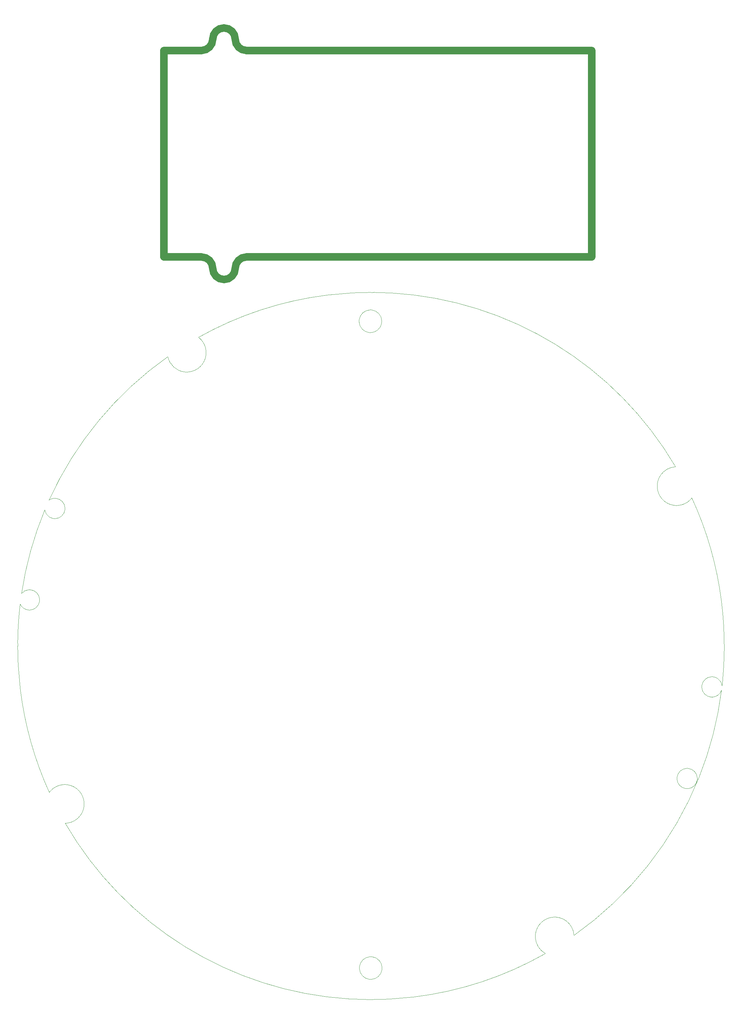
<source format=gbr>
%TF.GenerationSoftware,Altium Limited,Altium Designer,22.1.2 (22)*%
G04 Layer_Color=16711935*
%FSLAX44Y44*%
%MOMM*%
%TF.SameCoordinates,7030E6BB-A83E-4B1E-8CAA-8E065E694121*%
%TF.FilePolarity,Positive*%
%TF.FileFunction,Keep-out,Top*%
%TF.Part,CustomerPanel*%
G01*
G75*
%TA.AperFunction,NonConductor*%
%ADD36C,0.0127*%
%ADD37C,2.0000*%
%ADD38C,2.0000*%
D36*
X1883116Y1684386D02*
G03*
X1881893Y1684309I2663J-52223D01*
G01*
X1913888Y1589596D02*
G03*
X1926612Y1601355I-28543J43649D01*
G01*
X1906650Y1585654D02*
G03*
X1913888Y1589596I-20925J47034D01*
G01*
X1889875Y1581400D02*
G03*
X1906650Y1585654I-3997J50960D01*
G01*
X1879454Y1581621D02*
G03*
X1883052Y1581309I6287J51559D01*
G01*
X1886968Y1581252D02*
G03*
X1889875Y1581400I-1182J51989D01*
G01*
X1883052Y1581309D02*
G03*
X1885773Y1581239I2718J52413D01*
G01*
X1885773Y1581239D02*
G03*
X1886968Y1581252I0J52415D01*
G01*
X2005534Y1325569D02*
G03*
X1926612Y1601355I-928393J-116493D01*
G01*
X2011663Y1256225D02*
G03*
X2005534Y1325569I-944548J-48537D01*
G01*
X2012923Y1207122D02*
G03*
X2011663Y1256225I-955563J43D01*
G01*
X2012316Y1173457D02*
G03*
X2012873Y1197473I-936681J33747D01*
G01*
X2011344Y1152768D02*
G03*
X2012316Y1173457I-945127J54772D01*
G01*
X2010086Y1134197D02*
G03*
X2011344Y1152768I-953364J73892D01*
G01*
X2008617Y1117189D02*
G03*
X2010086Y1134197I-961479J91640D01*
G01*
X1980047Y1125217D02*
G03*
X1978662Y1125182I-1J-27581D01*
G01*
X1981455Y1125181D02*
G03*
X1980047Y1125217I-1407J-27523D01*
G01*
X1983290Y1125025D02*
G03*
X1981455Y1125181I-3226J-27081D01*
G01*
X1988104Y1124000D02*
G03*
X1983290Y1125025I-7999J-25737D01*
G01*
X1995130Y1120636D02*
G03*
X1988104Y1124000I-15042J-22396D01*
G01*
X1978662Y1125182D02*
G03*
X1953114Y1101403I1389J-27105D01*
G01*
X2006972Y1101309D02*
G03*
X1995130Y1120636I-26949J-3222D01*
G01*
X1953114Y1101403D02*
G03*
X1952950Y1099513I27091J-3303D01*
G01*
X1881893Y1684309D02*
G03*
X1843386Y1662353I3847J-51491D01*
G01*
X1834198Y1630243D02*
G03*
X1879454Y1581621I51586J2643D01*
G01*
X1843386Y1662353D02*
G03*
X1835773Y1645832I42016J-29377D01*
G01*
Y1645832D02*
G03*
X1834482Y1638921I49686J-12852D01*
G01*
X1834482D02*
G03*
X1834198Y1635515I51542J-6011D01*
G01*
X1834198D02*
G03*
X1834132Y1632879I52372J-2633D01*
G01*
D02*
G03*
X1834198Y1630243I52492J-2D01*
G01*
X1883116Y1684386D02*
G03*
X1126869Y2147196I-811660J-477007D01*
G01*
X1126869Y2147196D02*
G03*
X1077453Y2148793I-55557J-954012D01*
G01*
X1100092Y2071900D02*
G03*
X1100053Y2073446I-30785J1D01*
G01*
X1100051Y2070304D02*
G03*
X1100092Y2071900I-30739J1594D01*
G01*
X1099867Y2068194D02*
G03*
X1100051Y2070304I-30238J3687D01*
G01*
X1100053Y2073446D02*
G03*
X1073511Y2101962I-30254J-1550D01*
G01*
X1071352Y2041652D02*
G03*
X1099867Y2068194I-1550J30254D01*
G01*
X1073511Y2101962D02*
G03*
X1071401Y2102145I-3687J-30238D01*
G01*
X1952950Y1099513D02*
G03*
X1952913Y1098083I27540J-1428D01*
G01*
Y1098083D02*
G03*
X1952948Y1096698I27581J-1D01*
G01*
D02*
G03*
X1976727Y1071150I27105J1389D01*
G01*
X1981727Y1071001D02*
G03*
X2005553Y1088900I-1706J27077D01*
G01*
X1976727Y1071150D02*
G03*
X1978618Y1070986I3303J27091D01*
G01*
X1980329Y1070951D02*
G03*
X1981727Y1071001I-279J27462D01*
G01*
X1978618Y1070986D02*
G03*
X1980047Y1070949I1428J27540D01*
G01*
X1945776Y857291D02*
G03*
X2005553Y1088900I-868297J347624D01*
G01*
X1913958Y881275D02*
G03*
X1912572Y881240I-1J-27581D01*
G01*
X1915387Y881238D02*
G03*
X1913958Y881275I-1428J-27540D01*
G01*
X1917278Y881074D02*
G03*
X1915387Y881238I-3303J-27092D01*
G01*
X1912572Y881240D02*
G03*
X1887025Y857461I1389J-27105D01*
G01*
X1941057Y855526D02*
G03*
X1917278Y881074I-27105J-1389D01*
G01*
X1887025Y857461D02*
G03*
X1886861Y855571I27091J-3303D01*
G01*
D02*
G03*
X1886824Y854141I27540J-1428D01*
G01*
X1941092D02*
G03*
X1941057Y855526I-27581J1D01*
G01*
X1886824Y854141D02*
G03*
X1886859Y852756I27580J-1D01*
G01*
X1941055Y852711D02*
G03*
X1941092Y854141I-27539J1428D01*
G01*
X1940891Y850821D02*
G03*
X1941055Y852711I-27090J3303D01*
G01*
X1886859Y852756D02*
G03*
X1910638Y827208I27105J1389D01*
G01*
X1915343Y827042D02*
G03*
X1940891Y850821I-1389J27105D01*
G01*
X1910638Y827208D02*
G03*
X1912528Y827044I3303J27090D01*
G01*
D02*
G03*
X1913958Y827007I1428J27539D01*
G01*
X1913958Y827007D02*
G03*
X1915343Y827042I1J27581D01*
G01*
X1612409Y436424D02*
G03*
X1945776Y857291I-543423J772906D01*
G01*
X1563543Y485047D02*
G03*
X1560917Y485113I-2624J-52374D01*
G01*
X1566937Y484765D02*
G03*
X1563543Y485047I-5990J-51547D01*
G01*
X1573825Y483484D02*
G03*
X1566937Y484765I-12808J-49701D01*
G01*
X1590364Y475878D02*
G03*
X1573825Y483484I-29350J-42036D01*
G01*
X1612344Y437399D02*
G03*
X1590364Y475878I-51489J-3895D01*
G01*
X1612409Y436424D02*
G03*
X1612344Y437399I-52177J-2958D01*
G01*
X1560917Y485113D02*
G03*
X1558281Y485047I-2J-52491D01*
G01*
Y485047D02*
G03*
X1509659Y439791I2643J-51586D01*
G01*
X1509393Y429977D02*
G03*
X1536233Y388107I51526J3492D01*
G01*
X1509659Y439791D02*
G03*
X1509347Y436193I51558J-6287D01*
G01*
X1509280Y432827D02*
G03*
X1509393Y429977I52329J638D01*
G01*
X1509347Y436193D02*
G03*
X1509276Y433472I52413J-2718D01*
G01*
D02*
G03*
X1509280Y432827I52689J-0D01*
G01*
X1185646Y272315D02*
G03*
X1536233Y388107I-112376J928886D01*
G01*
X1119641Y266654D02*
G03*
X1185646Y272315I-47855J945478D01*
G01*
X1100918Y349444D02*
G03*
X1100879Y350990I-30785J1D01*
G01*
X1100876Y347848D02*
G03*
X1100918Y349444I-30739J1594D01*
G01*
X1100693Y345738D02*
G03*
X1100876Y347848I-30238J3687D01*
G01*
X1071232Y265430D02*
G03*
X1119641Y266654I42J956444D01*
G01*
X1100879Y350990D02*
G03*
X1074337Y379506I-30254J-1550D01*
G01*
X1072177Y319196D02*
G03*
X1100693Y345738I-1550J30254D01*
G01*
X1074337Y379506D02*
G03*
X1072227Y379689I-3687J-30238D01*
G01*
X1071232Y2148813D02*
G03*
X1022959Y2147596I-42J-955965D01*
G01*
Y2147596D02*
G03*
X955872Y2141809I47719J-945019D01*
G01*
X1069806Y2102186D02*
G03*
X1068259Y2102147I-1J-30785D01*
G01*
X1071401Y2102145D02*
G03*
X1069806Y2102186I-1594J-30739D01*
G01*
X1068259Y2102147D02*
G03*
X1039743Y2075605I1550J-30254D01*
G01*
X955872Y2141809D02*
G03*
X611657Y2029169I113408J-928826D01*
G01*
X1039743Y2075605D02*
G03*
X1039560Y2073495I30238J-3687D01*
G01*
D02*
G03*
X1039519Y2071900I30739J-1594D01*
G01*
Y2071900D02*
G03*
X1039558Y2070354I30785J-1D01*
G01*
Y2070354D02*
G03*
X1066100Y2041838I30254J1550D01*
G01*
Y2041838D02*
G03*
X1068210Y2041655I3687J30238D01*
G01*
Y2041655D02*
G03*
X1069806Y2041613I1594J30739D01*
G01*
Y2041613D02*
G03*
X1071352Y2041652I1J30785D01*
G01*
X623451Y2016439D02*
G03*
X611657Y2029169I-43624J-28586D01*
G01*
X627387Y2009235D02*
G03*
X623451Y2016439I-47001J-21002D01*
G01*
X631674Y1992393D02*
G03*
X627387Y2009235I-50956J-4004D01*
G01*
X631822Y1989481D02*
G03*
X631674Y1992393I-51985J-1185D01*
G01*
X631836Y1988284D02*
G03*
X631822Y1989481I-52412J0D01*
G01*
X631765Y1985563D02*
G03*
X631836Y1988284I-52413J2718D01*
G01*
X631453Y1981966D02*
G03*
X631765Y1985563I-51559J6287D01*
G01*
X582831Y1936710D02*
G03*
X631453Y1981966I-2643J51586D01*
G01*
X529684Y1977562D02*
G03*
X574029Y1937008I50544J10746D01*
G01*
Y1937008D02*
G03*
X577528Y1936711I6136J51567D01*
G01*
Y1936711D02*
G03*
X580195Y1936643I2664J52401D01*
G01*
X580195D02*
G03*
X582831Y1936709I2J52492D01*
G01*
X529684Y1977562D02*
G03*
X213196Y1595669I544162J-773056D01*
G01*
X231938Y1600290D02*
G03*
X230048Y1600454I-3303J-27090D01*
G01*
X255717Y1574742D02*
G03*
X231938Y1600290I-27105J-1389D01*
G01*
X255752Y1573357D02*
G03*
X255717Y1574742I-27581J1D01*
G01*
X255715Y1571928D02*
G03*
X255752Y1573357I-27539J1428D01*
G01*
X255551Y1570037D02*
G03*
X255715Y1571928I-27090J3303D01*
G01*
X230003Y1546258D02*
G03*
X255551Y1570037I-1389J27105D01*
G01*
X230048Y1600454D02*
G03*
X228618Y1600491I-1428J-27539D01*
G01*
Y1546223D02*
G03*
X230003Y1546258I1J27580D01*
G01*
X228618Y1600491D02*
G03*
X228001Y1600484I-0J-27499D01*
G01*
X227235Y1546258D02*
G03*
X228618Y1546223I1382J27512D01*
G01*
X228001Y1600484D02*
G03*
X226355Y1600398I611J-27280D01*
G01*
X225473Y1546404D02*
G03*
X227235Y1546258I3129J27081D01*
G01*
X221902Y1547063D02*
G03*
X225473Y1546404I6665J26128D01*
G01*
X226355Y1600398D02*
G03*
X220618Y1599286I2222J-26832D01*
G01*
D02*
G03*
X216260Y1597507I7985J-25789D01*
G01*
X213269Y1550992D02*
G03*
X221902Y1547063I15298J22165D01*
G01*
X216260Y1597507D02*
G03*
X213196Y1595669I12479J-24275D01*
G01*
X201803Y1569412D02*
G03*
X213269Y1550992I26871J3947D01*
G01*
X201803Y1569412D02*
G03*
X139899Y1347021I862850J-359991D01*
G01*
X162344Y1356962D02*
G03*
X160915Y1356999I-1428J-27540D01*
G01*
X160458Y1356996D02*
G03*
X158949Y1356929I452J-27449D01*
G01*
X188014Y1331251D02*
G03*
X164235Y1356798I-27105J-1389D01*
G01*
X188049Y1329866D02*
G03*
X188014Y1331251I-27580J1D01*
G01*
X188012Y1328436D02*
G03*
X188049Y1329866I-27540J1428D01*
G01*
X187848Y1326546D02*
G03*
X188012Y1328436I-27091J3303D01*
G01*
X255114Y838079D02*
G03*
X254050Y838068I-0J-52410D01*
G01*
X257835Y838008D02*
G03*
X255114Y838079I-2718J-52413D01*
G01*
X254050Y838068D02*
G03*
X251190Y837931I1053J-51999D01*
G01*
X261432Y837696D02*
G03*
X257835Y838008I-6287J-51558D01*
G01*
X251190Y837931D02*
G03*
X233816Y833471I3820J-50953D01*
G01*
D02*
G03*
X226813Y829594I21360J-46847D01*
G01*
X226813D02*
G03*
X213787Y817309I28754J-43536D01*
G01*
X306688Y789074D02*
G03*
X261432Y837696I-51586J-2643D01*
G01*
X306755Y786438D02*
G03*
X306688Y789074I-52491J2D01*
G01*
X306686Y783758D02*
G03*
X306755Y786438I-52382J2677D01*
G01*
X306393Y780295D02*
G03*
X306686Y783758I-51542J6111D01*
G01*
X304849Y772498D02*
G03*
X306393Y780295I-49419J13835D01*
G01*
X297743Y757305D02*
G03*
X304849Y772498I-42302J29043D01*
G01*
X258638Y734965D02*
G03*
X297743Y757305I-3489J51504D01*
G01*
X256388Y734862D02*
G03*
X258638Y734965I-1280J52381D01*
G01*
X256388Y734862D02*
G03*
X1012177Y267252I814634J472089D01*
G01*
X1070631Y379730D02*
G03*
X1069085Y379691I-1J-30785D01*
G01*
X1072227Y379689D02*
G03*
X1070631Y379730I-1594J-30739D01*
G01*
X1069085Y379691D02*
G03*
X1040569Y353149I1550J-30254D01*
G01*
D02*
G03*
X1040386Y351039I30238J-3687D01*
G01*
D02*
G03*
X1040345Y349444I30739J-1594D01*
G01*
D02*
G03*
X1040384Y347897I30785J-1D01*
G01*
Y347897D02*
G03*
X1066926Y319382I30254J1550D01*
G01*
D02*
G03*
X1069035Y319199I3687J30238D01*
G01*
D02*
G03*
X1070631Y319157I1594J30739D01*
G01*
D02*
G03*
X1072177Y319196I1J30785D01*
G01*
X1012177Y267252D02*
G03*
X1062889Y265466I58957J953358D01*
G01*
X136496Y1092123D02*
G03*
X213787Y817309I928639J112901D01*
G01*
X162300Y1302767D02*
G03*
X187848Y1326546I-1388J27105D01*
G01*
X164235Y1356798D02*
G03*
X162344Y1356962I-3303J-27091D01*
G01*
X160915Y1302732D02*
G03*
X162300Y1302767I1J27582D01*
G01*
X159533Y1302767D02*
G03*
X160915Y1302732I1381J27498D01*
G01*
X157718Y1302919D02*
G03*
X159533Y1302767I3180J27061D01*
G01*
X158949Y1356929D02*
G03*
X148414Y1353951I1910J-26878D01*
G01*
X136161Y1318790D02*
G03*
X157718Y1302919I24783J11085D01*
G01*
X148414Y1353951D02*
G03*
X139899Y1347021I12604J-24183D01*
G01*
X136161Y1318790D02*
G03*
X133916Y1297846I962382J-113740D01*
G01*
X130768Y1158619D02*
G03*
X136496Y1092123I945499J47948D01*
G01*
X133916Y1297846D02*
G03*
X131968Y1274655I955006J-91873D01*
G01*
X131968Y1274655D02*
G03*
X130419Y1247722I947423J-68002D01*
G01*
X129540Y1207122D02*
G03*
X130768Y1158619I956457J-42D01*
G01*
X130419Y1247722D02*
G03*
X129564Y1213805I939456J-40664D01*
G01*
X2012873Y1197473D02*
X2012923Y1207122D01*
X2006972Y1101309D02*
X2008617Y1117189D01*
X1071232Y2148813D02*
X1077453Y2148793D01*
X1980047Y1070949D02*
X1980329Y1070951D01*
X160458Y1356996D02*
X160915Y1356999D01*
X1062889Y265466D02*
X1071232Y265430D01*
X129540Y1207122D02*
X129564Y1213805D01*
D37*
X1659430Y2793130D02*
G03*
X1659430Y2793130I0J0D01*
G01*
X679430Y2853130D02*
G03*
X649430Y2823130I0J-30000D01*
G01*
X709430D02*
G03*
X679430Y2853130I-30000J0D01*
G01*
X709430Y2823130D02*
G03*
X739430Y2793130I30000J0D01*
G01*
X619430D02*
G03*
X649430Y2823130I0J30000D01*
G01*
Y2213130D02*
G03*
X619430Y2243130I-30000J0D01*
G01*
X739430D02*
G03*
X709430Y2213130I0J-30000D01*
G01*
X679430Y2183130D02*
G03*
X709430Y2213130I0J30000D01*
G01*
X649430D02*
G03*
X679430Y2183130I30000J0D01*
G01*
X739430Y2243130D02*
X1659430D01*
X519430D02*
X619430D01*
X739430Y2793130D02*
X1659430D01*
X519430Y2793130D02*
X619430D01*
X1659430Y2243130D02*
Y2793130D01*
X519430Y2771430D02*
Y2793130D01*
Y2243130D02*
Y2771430D01*
D38*
X619430Y2793130D02*
D03*
%TF.MD5,4f7bbcd0564c80c348a417855b6099a9*%
M02*

</source>
